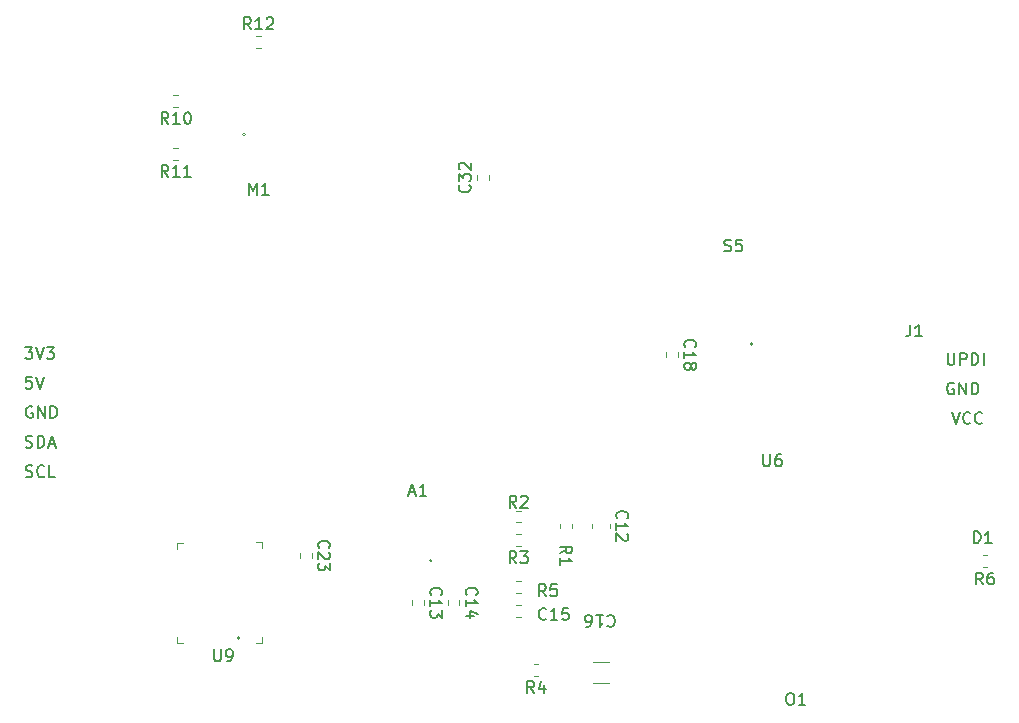
<source format=gbr>
%TF.GenerationSoftware,KiCad,Pcbnew,9.0.7-1.fc42*%
%TF.CreationDate,2026-02-03T17:10:45+01:00*%
%TF.ProjectId,air_sensor,6169725f-7365-46e7-936f-722e6b696361,rev?*%
%TF.SameCoordinates,Original*%
%TF.FileFunction,Legend,Top*%
%TF.FilePolarity,Positive*%
%FSLAX46Y46*%
G04 Gerber Fmt 4.6, Leading zero omitted, Abs format (unit mm)*
G04 Created by KiCad (PCBNEW 9.0.7-1.fc42) date 2026-02-03 17:10:45*
%MOMM*%
%LPD*%
G01*
G04 APERTURE LIST*
%ADD10C,0.150000*%
%ADD11C,0.120000*%
%ADD12C,0.100000*%
G04 APERTURE END LIST*
D10*
X147542857Y-115140419D02*
X147590476Y-115092800D01*
X147590476Y-115092800D02*
X147733333Y-115045180D01*
X147733333Y-115045180D02*
X147828571Y-115045180D01*
X147828571Y-115045180D02*
X147971428Y-115092800D01*
X147971428Y-115092800D02*
X148066666Y-115188038D01*
X148066666Y-115188038D02*
X148114285Y-115283276D01*
X148114285Y-115283276D02*
X148161904Y-115473752D01*
X148161904Y-115473752D02*
X148161904Y-115616609D01*
X148161904Y-115616609D02*
X148114285Y-115807085D01*
X148114285Y-115807085D02*
X148066666Y-115902323D01*
X148066666Y-115902323D02*
X147971428Y-115997561D01*
X147971428Y-115997561D02*
X147828571Y-116045180D01*
X147828571Y-116045180D02*
X147733333Y-116045180D01*
X147733333Y-116045180D02*
X147590476Y-115997561D01*
X147590476Y-115997561D02*
X147542857Y-115949942D01*
X146590476Y-115045180D02*
X147161904Y-115045180D01*
X146876190Y-115045180D02*
X146876190Y-116045180D01*
X146876190Y-116045180D02*
X146971428Y-115902323D01*
X146971428Y-115902323D02*
X147066666Y-115807085D01*
X147066666Y-115807085D02*
X147161904Y-115759466D01*
X145733333Y-116045180D02*
X145923809Y-116045180D01*
X145923809Y-116045180D02*
X146019047Y-115997561D01*
X146019047Y-115997561D02*
X146066666Y-115949942D01*
X146066666Y-115949942D02*
X146161904Y-115807085D01*
X146161904Y-115807085D02*
X146209523Y-115616609D01*
X146209523Y-115616609D02*
X146209523Y-115235657D01*
X146209523Y-115235657D02*
X146161904Y-115140419D01*
X146161904Y-115140419D02*
X146114285Y-115092800D01*
X146114285Y-115092800D02*
X146019047Y-115045180D01*
X146019047Y-115045180D02*
X145828571Y-115045180D01*
X145828571Y-115045180D02*
X145733333Y-115092800D01*
X145733333Y-115092800D02*
X145685714Y-115140419D01*
X145685714Y-115140419D02*
X145638095Y-115235657D01*
X145638095Y-115235657D02*
X145638095Y-115473752D01*
X145638095Y-115473752D02*
X145685714Y-115568990D01*
X145685714Y-115568990D02*
X145733333Y-115616609D01*
X145733333Y-115616609D02*
X145828571Y-115664228D01*
X145828571Y-115664228D02*
X146019047Y-115664228D01*
X146019047Y-115664228D02*
X146114285Y-115616609D01*
X146114285Y-115616609D02*
X146161904Y-115568990D01*
X146161904Y-115568990D02*
X146209523Y-115473752D01*
X154140419Y-92357142D02*
X154092800Y-92309523D01*
X154092800Y-92309523D02*
X154045180Y-92166666D01*
X154045180Y-92166666D02*
X154045180Y-92071428D01*
X154045180Y-92071428D02*
X154092800Y-91928571D01*
X154092800Y-91928571D02*
X154188038Y-91833333D01*
X154188038Y-91833333D02*
X154283276Y-91785714D01*
X154283276Y-91785714D02*
X154473752Y-91738095D01*
X154473752Y-91738095D02*
X154616609Y-91738095D01*
X154616609Y-91738095D02*
X154807085Y-91785714D01*
X154807085Y-91785714D02*
X154902323Y-91833333D01*
X154902323Y-91833333D02*
X154997561Y-91928571D01*
X154997561Y-91928571D02*
X155045180Y-92071428D01*
X155045180Y-92071428D02*
X155045180Y-92166666D01*
X155045180Y-92166666D02*
X154997561Y-92309523D01*
X154997561Y-92309523D02*
X154949942Y-92357142D01*
X154045180Y-93309523D02*
X154045180Y-92738095D01*
X154045180Y-93023809D02*
X155045180Y-93023809D01*
X155045180Y-93023809D02*
X154902323Y-92928571D01*
X154902323Y-92928571D02*
X154807085Y-92833333D01*
X154807085Y-92833333D02*
X154759466Y-92738095D01*
X154616609Y-93880952D02*
X154664228Y-93785714D01*
X154664228Y-93785714D02*
X154711847Y-93738095D01*
X154711847Y-93738095D02*
X154807085Y-93690476D01*
X154807085Y-93690476D02*
X154854704Y-93690476D01*
X154854704Y-93690476D02*
X154949942Y-93738095D01*
X154949942Y-93738095D02*
X154997561Y-93785714D01*
X154997561Y-93785714D02*
X155045180Y-93880952D01*
X155045180Y-93880952D02*
X155045180Y-94071428D01*
X155045180Y-94071428D02*
X154997561Y-94166666D01*
X154997561Y-94166666D02*
X154949942Y-94214285D01*
X154949942Y-94214285D02*
X154854704Y-94261904D01*
X154854704Y-94261904D02*
X154807085Y-94261904D01*
X154807085Y-94261904D02*
X154711847Y-94214285D01*
X154711847Y-94214285D02*
X154664228Y-94166666D01*
X154664228Y-94166666D02*
X154616609Y-94071428D01*
X154616609Y-94071428D02*
X154616609Y-93880952D01*
X154616609Y-93880952D02*
X154568990Y-93785714D01*
X154568990Y-93785714D02*
X154521371Y-93738095D01*
X154521371Y-93738095D02*
X154426133Y-93690476D01*
X154426133Y-93690476D02*
X154235657Y-93690476D01*
X154235657Y-93690476D02*
X154140419Y-93738095D01*
X154140419Y-93738095D02*
X154092800Y-93785714D01*
X154092800Y-93785714D02*
X154045180Y-93880952D01*
X154045180Y-93880952D02*
X154045180Y-94071428D01*
X154045180Y-94071428D02*
X154092800Y-94166666D01*
X154092800Y-94166666D02*
X154140419Y-94214285D01*
X154140419Y-94214285D02*
X154235657Y-94261904D01*
X154235657Y-94261904D02*
X154426133Y-94261904D01*
X154426133Y-94261904D02*
X154521371Y-94214285D01*
X154521371Y-94214285D02*
X154568990Y-94166666D01*
X154568990Y-94166666D02*
X154616609Y-94071428D01*
X117190476Y-79454819D02*
X117190476Y-78454819D01*
X117190476Y-78454819D02*
X117523809Y-79169104D01*
X117523809Y-79169104D02*
X117857142Y-78454819D01*
X117857142Y-78454819D02*
X117857142Y-79454819D01*
X118857142Y-79454819D02*
X118285714Y-79454819D01*
X118571428Y-79454819D02*
X118571428Y-78454819D01*
X118571428Y-78454819D02*
X118476190Y-78597676D01*
X118476190Y-78597676D02*
X118380952Y-78692914D01*
X118380952Y-78692914D02*
X118285714Y-78740533D01*
X114238095Y-117954819D02*
X114238095Y-118764342D01*
X114238095Y-118764342D02*
X114285714Y-118859580D01*
X114285714Y-118859580D02*
X114333333Y-118907200D01*
X114333333Y-118907200D02*
X114428571Y-118954819D01*
X114428571Y-118954819D02*
X114619047Y-118954819D01*
X114619047Y-118954819D02*
X114714285Y-118907200D01*
X114714285Y-118907200D02*
X114761904Y-118859580D01*
X114761904Y-118859580D02*
X114809523Y-118764342D01*
X114809523Y-118764342D02*
X114809523Y-117954819D01*
X115333333Y-118954819D02*
X115523809Y-118954819D01*
X115523809Y-118954819D02*
X115619047Y-118907200D01*
X115619047Y-118907200D02*
X115666666Y-118859580D01*
X115666666Y-118859580D02*
X115761904Y-118716723D01*
X115761904Y-118716723D02*
X115809523Y-118526247D01*
X115809523Y-118526247D02*
X115809523Y-118145295D01*
X115809523Y-118145295D02*
X115761904Y-118050057D01*
X115761904Y-118050057D02*
X115714285Y-118002438D01*
X115714285Y-118002438D02*
X115619047Y-117954819D01*
X115619047Y-117954819D02*
X115428571Y-117954819D01*
X115428571Y-117954819D02*
X115333333Y-118002438D01*
X115333333Y-118002438D02*
X115285714Y-118050057D01*
X115285714Y-118050057D02*
X115238095Y-118145295D01*
X115238095Y-118145295D02*
X115238095Y-118383390D01*
X115238095Y-118383390D02*
X115285714Y-118478628D01*
X115285714Y-118478628D02*
X115333333Y-118526247D01*
X115333333Y-118526247D02*
X115428571Y-118573866D01*
X115428571Y-118573866D02*
X115619047Y-118573866D01*
X115619047Y-118573866D02*
X115714285Y-118526247D01*
X115714285Y-118526247D02*
X115761904Y-118478628D01*
X115761904Y-118478628D02*
X115809523Y-118383390D01*
X142357142Y-115359580D02*
X142309523Y-115407200D01*
X142309523Y-115407200D02*
X142166666Y-115454819D01*
X142166666Y-115454819D02*
X142071428Y-115454819D01*
X142071428Y-115454819D02*
X141928571Y-115407200D01*
X141928571Y-115407200D02*
X141833333Y-115311961D01*
X141833333Y-115311961D02*
X141785714Y-115216723D01*
X141785714Y-115216723D02*
X141738095Y-115026247D01*
X141738095Y-115026247D02*
X141738095Y-114883390D01*
X141738095Y-114883390D02*
X141785714Y-114692914D01*
X141785714Y-114692914D02*
X141833333Y-114597676D01*
X141833333Y-114597676D02*
X141928571Y-114502438D01*
X141928571Y-114502438D02*
X142071428Y-114454819D01*
X142071428Y-114454819D02*
X142166666Y-114454819D01*
X142166666Y-114454819D02*
X142309523Y-114502438D01*
X142309523Y-114502438D02*
X142357142Y-114550057D01*
X143309523Y-115454819D02*
X142738095Y-115454819D01*
X143023809Y-115454819D02*
X143023809Y-114454819D01*
X143023809Y-114454819D02*
X142928571Y-114597676D01*
X142928571Y-114597676D02*
X142833333Y-114692914D01*
X142833333Y-114692914D02*
X142738095Y-114740533D01*
X144214285Y-114454819D02*
X143738095Y-114454819D01*
X143738095Y-114454819D02*
X143690476Y-114931009D01*
X143690476Y-114931009D02*
X143738095Y-114883390D01*
X143738095Y-114883390D02*
X143833333Y-114835771D01*
X143833333Y-114835771D02*
X144071428Y-114835771D01*
X144071428Y-114835771D02*
X144166666Y-114883390D01*
X144166666Y-114883390D02*
X144214285Y-114931009D01*
X144214285Y-114931009D02*
X144261904Y-115026247D01*
X144261904Y-115026247D02*
X144261904Y-115264342D01*
X144261904Y-115264342D02*
X144214285Y-115359580D01*
X144214285Y-115359580D02*
X144166666Y-115407200D01*
X144166666Y-115407200D02*
X144071428Y-115454819D01*
X144071428Y-115454819D02*
X143833333Y-115454819D01*
X143833333Y-115454819D02*
X143738095Y-115407200D01*
X143738095Y-115407200D02*
X143690476Y-115359580D01*
X117357142Y-65454819D02*
X117023809Y-64978628D01*
X116785714Y-65454819D02*
X116785714Y-64454819D01*
X116785714Y-64454819D02*
X117166666Y-64454819D01*
X117166666Y-64454819D02*
X117261904Y-64502438D01*
X117261904Y-64502438D02*
X117309523Y-64550057D01*
X117309523Y-64550057D02*
X117357142Y-64645295D01*
X117357142Y-64645295D02*
X117357142Y-64788152D01*
X117357142Y-64788152D02*
X117309523Y-64883390D01*
X117309523Y-64883390D02*
X117261904Y-64931009D01*
X117261904Y-64931009D02*
X117166666Y-64978628D01*
X117166666Y-64978628D02*
X116785714Y-64978628D01*
X118309523Y-65454819D02*
X117738095Y-65454819D01*
X118023809Y-65454819D02*
X118023809Y-64454819D01*
X118023809Y-64454819D02*
X117928571Y-64597676D01*
X117928571Y-64597676D02*
X117833333Y-64692914D01*
X117833333Y-64692914D02*
X117738095Y-64740533D01*
X118690476Y-64550057D02*
X118738095Y-64502438D01*
X118738095Y-64502438D02*
X118833333Y-64454819D01*
X118833333Y-64454819D02*
X119071428Y-64454819D01*
X119071428Y-64454819D02*
X119166666Y-64502438D01*
X119166666Y-64502438D02*
X119214285Y-64550057D01*
X119214285Y-64550057D02*
X119261904Y-64645295D01*
X119261904Y-64645295D02*
X119261904Y-64740533D01*
X119261904Y-64740533D02*
X119214285Y-64883390D01*
X119214285Y-64883390D02*
X118642857Y-65454819D01*
X118642857Y-65454819D02*
X119261904Y-65454819D01*
X162928571Y-121654819D02*
X163119047Y-121654819D01*
X163119047Y-121654819D02*
X163214285Y-121702438D01*
X163214285Y-121702438D02*
X163309523Y-121797676D01*
X163309523Y-121797676D02*
X163357142Y-121988152D01*
X163357142Y-121988152D02*
X163357142Y-122321485D01*
X163357142Y-122321485D02*
X163309523Y-122511961D01*
X163309523Y-122511961D02*
X163214285Y-122607200D01*
X163214285Y-122607200D02*
X163119047Y-122654819D01*
X163119047Y-122654819D02*
X162928571Y-122654819D01*
X162928571Y-122654819D02*
X162833333Y-122607200D01*
X162833333Y-122607200D02*
X162738095Y-122511961D01*
X162738095Y-122511961D02*
X162690476Y-122321485D01*
X162690476Y-122321485D02*
X162690476Y-121988152D01*
X162690476Y-121988152D02*
X162738095Y-121797676D01*
X162738095Y-121797676D02*
X162833333Y-121702438D01*
X162833333Y-121702438D02*
X162928571Y-121654819D01*
X164309523Y-122654819D02*
X163738095Y-122654819D01*
X164023809Y-122654819D02*
X164023809Y-121654819D01*
X164023809Y-121654819D02*
X163928571Y-121797676D01*
X163928571Y-121797676D02*
X163833333Y-121892914D01*
X163833333Y-121892914D02*
X163738095Y-121940533D01*
X135859580Y-78642857D02*
X135907200Y-78690476D01*
X135907200Y-78690476D02*
X135954819Y-78833333D01*
X135954819Y-78833333D02*
X135954819Y-78928571D01*
X135954819Y-78928571D02*
X135907200Y-79071428D01*
X135907200Y-79071428D02*
X135811961Y-79166666D01*
X135811961Y-79166666D02*
X135716723Y-79214285D01*
X135716723Y-79214285D02*
X135526247Y-79261904D01*
X135526247Y-79261904D02*
X135383390Y-79261904D01*
X135383390Y-79261904D02*
X135192914Y-79214285D01*
X135192914Y-79214285D02*
X135097676Y-79166666D01*
X135097676Y-79166666D02*
X135002438Y-79071428D01*
X135002438Y-79071428D02*
X134954819Y-78928571D01*
X134954819Y-78928571D02*
X134954819Y-78833333D01*
X134954819Y-78833333D02*
X135002438Y-78690476D01*
X135002438Y-78690476D02*
X135050057Y-78642857D01*
X134954819Y-78309523D02*
X134954819Y-77690476D01*
X134954819Y-77690476D02*
X135335771Y-78023809D01*
X135335771Y-78023809D02*
X135335771Y-77880952D01*
X135335771Y-77880952D02*
X135383390Y-77785714D01*
X135383390Y-77785714D02*
X135431009Y-77738095D01*
X135431009Y-77738095D02*
X135526247Y-77690476D01*
X135526247Y-77690476D02*
X135764342Y-77690476D01*
X135764342Y-77690476D02*
X135859580Y-77738095D01*
X135859580Y-77738095D02*
X135907200Y-77785714D01*
X135907200Y-77785714D02*
X135954819Y-77880952D01*
X135954819Y-77880952D02*
X135954819Y-78166666D01*
X135954819Y-78166666D02*
X135907200Y-78261904D01*
X135907200Y-78261904D02*
X135859580Y-78309523D01*
X135050057Y-77309523D02*
X135002438Y-77261904D01*
X135002438Y-77261904D02*
X134954819Y-77166666D01*
X134954819Y-77166666D02*
X134954819Y-76928571D01*
X134954819Y-76928571D02*
X135002438Y-76833333D01*
X135002438Y-76833333D02*
X135050057Y-76785714D01*
X135050057Y-76785714D02*
X135145295Y-76738095D01*
X135145295Y-76738095D02*
X135240533Y-76738095D01*
X135240533Y-76738095D02*
X135383390Y-76785714D01*
X135383390Y-76785714D02*
X135954819Y-77357142D01*
X135954819Y-77357142D02*
X135954819Y-76738095D01*
X160738095Y-101454819D02*
X160738095Y-102264342D01*
X160738095Y-102264342D02*
X160785714Y-102359580D01*
X160785714Y-102359580D02*
X160833333Y-102407200D01*
X160833333Y-102407200D02*
X160928571Y-102454819D01*
X160928571Y-102454819D02*
X161119047Y-102454819D01*
X161119047Y-102454819D02*
X161214285Y-102407200D01*
X161214285Y-102407200D02*
X161261904Y-102359580D01*
X161261904Y-102359580D02*
X161309523Y-102264342D01*
X161309523Y-102264342D02*
X161309523Y-101454819D01*
X162214285Y-101454819D02*
X162023809Y-101454819D01*
X162023809Y-101454819D02*
X161928571Y-101502438D01*
X161928571Y-101502438D02*
X161880952Y-101550057D01*
X161880952Y-101550057D02*
X161785714Y-101692914D01*
X161785714Y-101692914D02*
X161738095Y-101883390D01*
X161738095Y-101883390D02*
X161738095Y-102264342D01*
X161738095Y-102264342D02*
X161785714Y-102359580D01*
X161785714Y-102359580D02*
X161833333Y-102407200D01*
X161833333Y-102407200D02*
X161928571Y-102454819D01*
X161928571Y-102454819D02*
X162119047Y-102454819D01*
X162119047Y-102454819D02*
X162214285Y-102407200D01*
X162214285Y-102407200D02*
X162261904Y-102359580D01*
X162261904Y-102359580D02*
X162309523Y-102264342D01*
X162309523Y-102264342D02*
X162309523Y-102026247D01*
X162309523Y-102026247D02*
X162261904Y-101931009D01*
X162261904Y-101931009D02*
X162214285Y-101883390D01*
X162214285Y-101883390D02*
X162119047Y-101835771D01*
X162119047Y-101835771D02*
X161928571Y-101835771D01*
X161928571Y-101835771D02*
X161833333Y-101883390D01*
X161833333Y-101883390D02*
X161785714Y-101931009D01*
X161785714Y-101931009D02*
X161738095Y-102026247D01*
X132640419Y-113357142D02*
X132592800Y-113309523D01*
X132592800Y-113309523D02*
X132545180Y-113166666D01*
X132545180Y-113166666D02*
X132545180Y-113071428D01*
X132545180Y-113071428D02*
X132592800Y-112928571D01*
X132592800Y-112928571D02*
X132688038Y-112833333D01*
X132688038Y-112833333D02*
X132783276Y-112785714D01*
X132783276Y-112785714D02*
X132973752Y-112738095D01*
X132973752Y-112738095D02*
X133116609Y-112738095D01*
X133116609Y-112738095D02*
X133307085Y-112785714D01*
X133307085Y-112785714D02*
X133402323Y-112833333D01*
X133402323Y-112833333D02*
X133497561Y-112928571D01*
X133497561Y-112928571D02*
X133545180Y-113071428D01*
X133545180Y-113071428D02*
X133545180Y-113166666D01*
X133545180Y-113166666D02*
X133497561Y-113309523D01*
X133497561Y-113309523D02*
X133449942Y-113357142D01*
X132545180Y-114309523D02*
X132545180Y-113738095D01*
X132545180Y-114023809D02*
X133545180Y-114023809D01*
X133545180Y-114023809D02*
X133402323Y-113928571D01*
X133402323Y-113928571D02*
X133307085Y-113833333D01*
X133307085Y-113833333D02*
X133259466Y-113738095D01*
X133545180Y-114642857D02*
X133545180Y-115261904D01*
X133545180Y-115261904D02*
X133164228Y-114928571D01*
X133164228Y-114928571D02*
X133164228Y-115071428D01*
X133164228Y-115071428D02*
X133116609Y-115166666D01*
X133116609Y-115166666D02*
X133068990Y-115214285D01*
X133068990Y-115214285D02*
X132973752Y-115261904D01*
X132973752Y-115261904D02*
X132735657Y-115261904D01*
X132735657Y-115261904D02*
X132640419Y-115214285D01*
X132640419Y-115214285D02*
X132592800Y-115166666D01*
X132592800Y-115166666D02*
X132545180Y-115071428D01*
X132545180Y-115071428D02*
X132545180Y-114785714D01*
X132545180Y-114785714D02*
X132592800Y-114690476D01*
X132592800Y-114690476D02*
X132640419Y-114642857D01*
X143545180Y-109833333D02*
X144021371Y-109500000D01*
X143545180Y-109261905D02*
X144545180Y-109261905D01*
X144545180Y-109261905D02*
X144545180Y-109642857D01*
X144545180Y-109642857D02*
X144497561Y-109738095D01*
X144497561Y-109738095D02*
X144449942Y-109785714D01*
X144449942Y-109785714D02*
X144354704Y-109833333D01*
X144354704Y-109833333D02*
X144211847Y-109833333D01*
X144211847Y-109833333D02*
X144116609Y-109785714D01*
X144116609Y-109785714D02*
X144068990Y-109738095D01*
X144068990Y-109738095D02*
X144021371Y-109642857D01*
X144021371Y-109642857D02*
X144021371Y-109261905D01*
X143545180Y-110785714D02*
X143545180Y-110214286D01*
X143545180Y-110500000D02*
X144545180Y-110500000D01*
X144545180Y-110500000D02*
X144402323Y-110404762D01*
X144402323Y-110404762D02*
X144307085Y-110309524D01*
X144307085Y-110309524D02*
X144259466Y-110214286D01*
X178561905Y-108954819D02*
X178561905Y-107954819D01*
X178561905Y-107954819D02*
X178800000Y-107954819D01*
X178800000Y-107954819D02*
X178942857Y-108002438D01*
X178942857Y-108002438D02*
X179038095Y-108097676D01*
X179038095Y-108097676D02*
X179085714Y-108192914D01*
X179085714Y-108192914D02*
X179133333Y-108383390D01*
X179133333Y-108383390D02*
X179133333Y-108526247D01*
X179133333Y-108526247D02*
X179085714Y-108716723D01*
X179085714Y-108716723D02*
X179038095Y-108811961D01*
X179038095Y-108811961D02*
X178942857Y-108907200D01*
X178942857Y-108907200D02*
X178800000Y-108954819D01*
X178800000Y-108954819D02*
X178561905Y-108954819D01*
X180085714Y-108954819D02*
X179514286Y-108954819D01*
X179800000Y-108954819D02*
X179800000Y-107954819D01*
X179800000Y-107954819D02*
X179704762Y-108097676D01*
X179704762Y-108097676D02*
X179609524Y-108192914D01*
X179609524Y-108192914D02*
X179514286Y-108240533D01*
X130785714Y-104669104D02*
X131261904Y-104669104D01*
X130690476Y-104954819D02*
X131023809Y-103954819D01*
X131023809Y-103954819D02*
X131357142Y-104954819D01*
X132214285Y-104954819D02*
X131642857Y-104954819D01*
X131928571Y-104954819D02*
X131928571Y-103954819D01*
X131928571Y-103954819D02*
X131833333Y-104097676D01*
X131833333Y-104097676D02*
X131738095Y-104192914D01*
X131738095Y-104192914D02*
X131642857Y-104240533D01*
X110357142Y-73454819D02*
X110023809Y-72978628D01*
X109785714Y-73454819D02*
X109785714Y-72454819D01*
X109785714Y-72454819D02*
X110166666Y-72454819D01*
X110166666Y-72454819D02*
X110261904Y-72502438D01*
X110261904Y-72502438D02*
X110309523Y-72550057D01*
X110309523Y-72550057D02*
X110357142Y-72645295D01*
X110357142Y-72645295D02*
X110357142Y-72788152D01*
X110357142Y-72788152D02*
X110309523Y-72883390D01*
X110309523Y-72883390D02*
X110261904Y-72931009D01*
X110261904Y-72931009D02*
X110166666Y-72978628D01*
X110166666Y-72978628D02*
X109785714Y-72978628D01*
X111309523Y-73454819D02*
X110738095Y-73454819D01*
X111023809Y-73454819D02*
X111023809Y-72454819D01*
X111023809Y-72454819D02*
X110928571Y-72597676D01*
X110928571Y-72597676D02*
X110833333Y-72692914D01*
X110833333Y-72692914D02*
X110738095Y-72740533D01*
X111928571Y-72454819D02*
X112023809Y-72454819D01*
X112023809Y-72454819D02*
X112119047Y-72502438D01*
X112119047Y-72502438D02*
X112166666Y-72550057D01*
X112166666Y-72550057D02*
X112214285Y-72645295D01*
X112214285Y-72645295D02*
X112261904Y-72835771D01*
X112261904Y-72835771D02*
X112261904Y-73073866D01*
X112261904Y-73073866D02*
X112214285Y-73264342D01*
X112214285Y-73264342D02*
X112166666Y-73359580D01*
X112166666Y-73359580D02*
X112119047Y-73407200D01*
X112119047Y-73407200D02*
X112023809Y-73454819D01*
X112023809Y-73454819D02*
X111928571Y-73454819D01*
X111928571Y-73454819D02*
X111833333Y-73407200D01*
X111833333Y-73407200D02*
X111785714Y-73359580D01*
X111785714Y-73359580D02*
X111738095Y-73264342D01*
X111738095Y-73264342D02*
X111690476Y-73073866D01*
X111690476Y-73073866D02*
X111690476Y-72835771D01*
X111690476Y-72835771D02*
X111738095Y-72645295D01*
X111738095Y-72645295D02*
X111785714Y-72550057D01*
X111785714Y-72550057D02*
X111833333Y-72502438D01*
X111833333Y-72502438D02*
X111928571Y-72454819D01*
X141333333Y-121654819D02*
X141000000Y-121178628D01*
X140761905Y-121654819D02*
X140761905Y-120654819D01*
X140761905Y-120654819D02*
X141142857Y-120654819D01*
X141142857Y-120654819D02*
X141238095Y-120702438D01*
X141238095Y-120702438D02*
X141285714Y-120750057D01*
X141285714Y-120750057D02*
X141333333Y-120845295D01*
X141333333Y-120845295D02*
X141333333Y-120988152D01*
X141333333Y-120988152D02*
X141285714Y-121083390D01*
X141285714Y-121083390D02*
X141238095Y-121131009D01*
X141238095Y-121131009D02*
X141142857Y-121178628D01*
X141142857Y-121178628D02*
X140761905Y-121178628D01*
X142190476Y-120988152D02*
X142190476Y-121654819D01*
X141952381Y-120607200D02*
X141714286Y-121321485D01*
X141714286Y-121321485D02*
X142333333Y-121321485D01*
X139833333Y-105954819D02*
X139500000Y-105478628D01*
X139261905Y-105954819D02*
X139261905Y-104954819D01*
X139261905Y-104954819D02*
X139642857Y-104954819D01*
X139642857Y-104954819D02*
X139738095Y-105002438D01*
X139738095Y-105002438D02*
X139785714Y-105050057D01*
X139785714Y-105050057D02*
X139833333Y-105145295D01*
X139833333Y-105145295D02*
X139833333Y-105288152D01*
X139833333Y-105288152D02*
X139785714Y-105383390D01*
X139785714Y-105383390D02*
X139738095Y-105431009D01*
X139738095Y-105431009D02*
X139642857Y-105478628D01*
X139642857Y-105478628D02*
X139261905Y-105478628D01*
X140214286Y-105050057D02*
X140261905Y-105002438D01*
X140261905Y-105002438D02*
X140357143Y-104954819D01*
X140357143Y-104954819D02*
X140595238Y-104954819D01*
X140595238Y-104954819D02*
X140690476Y-105002438D01*
X140690476Y-105002438D02*
X140738095Y-105050057D01*
X140738095Y-105050057D02*
X140785714Y-105145295D01*
X140785714Y-105145295D02*
X140785714Y-105240533D01*
X140785714Y-105240533D02*
X140738095Y-105383390D01*
X140738095Y-105383390D02*
X140166667Y-105954819D01*
X140166667Y-105954819D02*
X140785714Y-105954819D01*
X142333333Y-113454819D02*
X142000000Y-112978628D01*
X141761905Y-113454819D02*
X141761905Y-112454819D01*
X141761905Y-112454819D02*
X142142857Y-112454819D01*
X142142857Y-112454819D02*
X142238095Y-112502438D01*
X142238095Y-112502438D02*
X142285714Y-112550057D01*
X142285714Y-112550057D02*
X142333333Y-112645295D01*
X142333333Y-112645295D02*
X142333333Y-112788152D01*
X142333333Y-112788152D02*
X142285714Y-112883390D01*
X142285714Y-112883390D02*
X142238095Y-112931009D01*
X142238095Y-112931009D02*
X142142857Y-112978628D01*
X142142857Y-112978628D02*
X141761905Y-112978628D01*
X143238095Y-112454819D02*
X142761905Y-112454819D01*
X142761905Y-112454819D02*
X142714286Y-112931009D01*
X142714286Y-112931009D02*
X142761905Y-112883390D01*
X142761905Y-112883390D02*
X142857143Y-112835771D01*
X142857143Y-112835771D02*
X143095238Y-112835771D01*
X143095238Y-112835771D02*
X143190476Y-112883390D01*
X143190476Y-112883390D02*
X143238095Y-112931009D01*
X143238095Y-112931009D02*
X143285714Y-113026247D01*
X143285714Y-113026247D02*
X143285714Y-113264342D01*
X143285714Y-113264342D02*
X143238095Y-113359580D01*
X143238095Y-113359580D02*
X143190476Y-113407200D01*
X143190476Y-113407200D02*
X143095238Y-113454819D01*
X143095238Y-113454819D02*
X142857143Y-113454819D01*
X142857143Y-113454819D02*
X142761905Y-113407200D01*
X142761905Y-113407200D02*
X142714286Y-113359580D01*
X123140419Y-109357142D02*
X123092800Y-109309523D01*
X123092800Y-109309523D02*
X123045180Y-109166666D01*
X123045180Y-109166666D02*
X123045180Y-109071428D01*
X123045180Y-109071428D02*
X123092800Y-108928571D01*
X123092800Y-108928571D02*
X123188038Y-108833333D01*
X123188038Y-108833333D02*
X123283276Y-108785714D01*
X123283276Y-108785714D02*
X123473752Y-108738095D01*
X123473752Y-108738095D02*
X123616609Y-108738095D01*
X123616609Y-108738095D02*
X123807085Y-108785714D01*
X123807085Y-108785714D02*
X123902323Y-108833333D01*
X123902323Y-108833333D02*
X123997561Y-108928571D01*
X123997561Y-108928571D02*
X124045180Y-109071428D01*
X124045180Y-109071428D02*
X124045180Y-109166666D01*
X124045180Y-109166666D02*
X123997561Y-109309523D01*
X123997561Y-109309523D02*
X123949942Y-109357142D01*
X123949942Y-109738095D02*
X123997561Y-109785714D01*
X123997561Y-109785714D02*
X124045180Y-109880952D01*
X124045180Y-109880952D02*
X124045180Y-110119047D01*
X124045180Y-110119047D02*
X123997561Y-110214285D01*
X123997561Y-110214285D02*
X123949942Y-110261904D01*
X123949942Y-110261904D02*
X123854704Y-110309523D01*
X123854704Y-110309523D02*
X123759466Y-110309523D01*
X123759466Y-110309523D02*
X123616609Y-110261904D01*
X123616609Y-110261904D02*
X123045180Y-109690476D01*
X123045180Y-109690476D02*
X123045180Y-110309523D01*
X124045180Y-110642857D02*
X124045180Y-111261904D01*
X124045180Y-111261904D02*
X123664228Y-110928571D01*
X123664228Y-110928571D02*
X123664228Y-111071428D01*
X123664228Y-111071428D02*
X123616609Y-111166666D01*
X123616609Y-111166666D02*
X123568990Y-111214285D01*
X123568990Y-111214285D02*
X123473752Y-111261904D01*
X123473752Y-111261904D02*
X123235657Y-111261904D01*
X123235657Y-111261904D02*
X123140419Y-111214285D01*
X123140419Y-111214285D02*
X123092800Y-111166666D01*
X123092800Y-111166666D02*
X123045180Y-111071428D01*
X123045180Y-111071428D02*
X123045180Y-110785714D01*
X123045180Y-110785714D02*
X123092800Y-110690476D01*
X123092800Y-110690476D02*
X123140419Y-110642857D01*
X139833333Y-110654819D02*
X139500000Y-110178628D01*
X139261905Y-110654819D02*
X139261905Y-109654819D01*
X139261905Y-109654819D02*
X139642857Y-109654819D01*
X139642857Y-109654819D02*
X139738095Y-109702438D01*
X139738095Y-109702438D02*
X139785714Y-109750057D01*
X139785714Y-109750057D02*
X139833333Y-109845295D01*
X139833333Y-109845295D02*
X139833333Y-109988152D01*
X139833333Y-109988152D02*
X139785714Y-110083390D01*
X139785714Y-110083390D02*
X139738095Y-110131009D01*
X139738095Y-110131009D02*
X139642857Y-110178628D01*
X139642857Y-110178628D02*
X139261905Y-110178628D01*
X140166667Y-109654819D02*
X140785714Y-109654819D01*
X140785714Y-109654819D02*
X140452381Y-110035771D01*
X140452381Y-110035771D02*
X140595238Y-110035771D01*
X140595238Y-110035771D02*
X140690476Y-110083390D01*
X140690476Y-110083390D02*
X140738095Y-110131009D01*
X140738095Y-110131009D02*
X140785714Y-110226247D01*
X140785714Y-110226247D02*
X140785714Y-110464342D01*
X140785714Y-110464342D02*
X140738095Y-110559580D01*
X140738095Y-110559580D02*
X140690476Y-110607200D01*
X140690476Y-110607200D02*
X140595238Y-110654819D01*
X140595238Y-110654819D02*
X140309524Y-110654819D01*
X140309524Y-110654819D02*
X140214286Y-110607200D01*
X140214286Y-110607200D02*
X140166667Y-110559580D01*
X157438095Y-84207200D02*
X157580952Y-84254819D01*
X157580952Y-84254819D02*
X157819047Y-84254819D01*
X157819047Y-84254819D02*
X157914285Y-84207200D01*
X157914285Y-84207200D02*
X157961904Y-84159580D01*
X157961904Y-84159580D02*
X158009523Y-84064342D01*
X158009523Y-84064342D02*
X158009523Y-83969104D01*
X158009523Y-83969104D02*
X157961904Y-83873866D01*
X157961904Y-83873866D02*
X157914285Y-83826247D01*
X157914285Y-83826247D02*
X157819047Y-83778628D01*
X157819047Y-83778628D02*
X157628571Y-83731009D01*
X157628571Y-83731009D02*
X157533333Y-83683390D01*
X157533333Y-83683390D02*
X157485714Y-83635771D01*
X157485714Y-83635771D02*
X157438095Y-83540533D01*
X157438095Y-83540533D02*
X157438095Y-83445295D01*
X157438095Y-83445295D02*
X157485714Y-83350057D01*
X157485714Y-83350057D02*
X157533333Y-83302438D01*
X157533333Y-83302438D02*
X157628571Y-83254819D01*
X157628571Y-83254819D02*
X157866666Y-83254819D01*
X157866666Y-83254819D02*
X158009523Y-83302438D01*
X158914285Y-83254819D02*
X158438095Y-83254819D01*
X158438095Y-83254819D02*
X158390476Y-83731009D01*
X158390476Y-83731009D02*
X158438095Y-83683390D01*
X158438095Y-83683390D02*
X158533333Y-83635771D01*
X158533333Y-83635771D02*
X158771428Y-83635771D01*
X158771428Y-83635771D02*
X158866666Y-83683390D01*
X158866666Y-83683390D02*
X158914285Y-83731009D01*
X158914285Y-83731009D02*
X158961904Y-83826247D01*
X158961904Y-83826247D02*
X158961904Y-84064342D01*
X158961904Y-84064342D02*
X158914285Y-84159580D01*
X158914285Y-84159580D02*
X158866666Y-84207200D01*
X158866666Y-84207200D02*
X158771428Y-84254819D01*
X158771428Y-84254819D02*
X158533333Y-84254819D01*
X158533333Y-84254819D02*
X158438095Y-84207200D01*
X158438095Y-84207200D02*
X158390476Y-84159580D01*
X110357142Y-77954819D02*
X110023809Y-77478628D01*
X109785714Y-77954819D02*
X109785714Y-76954819D01*
X109785714Y-76954819D02*
X110166666Y-76954819D01*
X110166666Y-76954819D02*
X110261904Y-77002438D01*
X110261904Y-77002438D02*
X110309523Y-77050057D01*
X110309523Y-77050057D02*
X110357142Y-77145295D01*
X110357142Y-77145295D02*
X110357142Y-77288152D01*
X110357142Y-77288152D02*
X110309523Y-77383390D01*
X110309523Y-77383390D02*
X110261904Y-77431009D01*
X110261904Y-77431009D02*
X110166666Y-77478628D01*
X110166666Y-77478628D02*
X109785714Y-77478628D01*
X111309523Y-77954819D02*
X110738095Y-77954819D01*
X111023809Y-77954819D02*
X111023809Y-76954819D01*
X111023809Y-76954819D02*
X110928571Y-77097676D01*
X110928571Y-77097676D02*
X110833333Y-77192914D01*
X110833333Y-77192914D02*
X110738095Y-77240533D01*
X112261904Y-77954819D02*
X111690476Y-77954819D01*
X111976190Y-77954819D02*
X111976190Y-76954819D01*
X111976190Y-76954819D02*
X111880952Y-77097676D01*
X111880952Y-77097676D02*
X111785714Y-77192914D01*
X111785714Y-77192914D02*
X111690476Y-77240533D01*
X173166666Y-90454819D02*
X173166666Y-91169104D01*
X173166666Y-91169104D02*
X173119047Y-91311961D01*
X173119047Y-91311961D02*
X173023809Y-91407200D01*
X173023809Y-91407200D02*
X172880952Y-91454819D01*
X172880952Y-91454819D02*
X172785714Y-91454819D01*
X174166666Y-91454819D02*
X173595238Y-91454819D01*
X173880952Y-91454819D02*
X173880952Y-90454819D01*
X173880952Y-90454819D02*
X173785714Y-90597676D01*
X173785714Y-90597676D02*
X173690476Y-90692914D01*
X173690476Y-90692914D02*
X173595238Y-90740533D01*
X176336779Y-92869819D02*
X176336779Y-93679342D01*
X176336779Y-93679342D02*
X176384398Y-93774580D01*
X176384398Y-93774580D02*
X176432017Y-93822200D01*
X176432017Y-93822200D02*
X176527255Y-93869819D01*
X176527255Y-93869819D02*
X176717731Y-93869819D01*
X176717731Y-93869819D02*
X176812969Y-93822200D01*
X176812969Y-93822200D02*
X176860588Y-93774580D01*
X176860588Y-93774580D02*
X176908207Y-93679342D01*
X176908207Y-93679342D02*
X176908207Y-92869819D01*
X177384398Y-93869819D02*
X177384398Y-92869819D01*
X177384398Y-92869819D02*
X177765350Y-92869819D01*
X177765350Y-92869819D02*
X177860588Y-92917438D01*
X177860588Y-92917438D02*
X177908207Y-92965057D01*
X177908207Y-92965057D02*
X177955826Y-93060295D01*
X177955826Y-93060295D02*
X177955826Y-93203152D01*
X177955826Y-93203152D02*
X177908207Y-93298390D01*
X177908207Y-93298390D02*
X177860588Y-93346009D01*
X177860588Y-93346009D02*
X177765350Y-93393628D01*
X177765350Y-93393628D02*
X177384398Y-93393628D01*
X178384398Y-93869819D02*
X178384398Y-92869819D01*
X178384398Y-92869819D02*
X178622493Y-92869819D01*
X178622493Y-92869819D02*
X178765350Y-92917438D01*
X178765350Y-92917438D02*
X178860588Y-93012676D01*
X178860588Y-93012676D02*
X178908207Y-93107914D01*
X178908207Y-93107914D02*
X178955826Y-93298390D01*
X178955826Y-93298390D02*
X178955826Y-93441247D01*
X178955826Y-93441247D02*
X178908207Y-93631723D01*
X178908207Y-93631723D02*
X178860588Y-93726961D01*
X178860588Y-93726961D02*
X178765350Y-93822200D01*
X178765350Y-93822200D02*
X178622493Y-93869819D01*
X178622493Y-93869819D02*
X178384398Y-93869819D01*
X179384398Y-93869819D02*
X179384398Y-92869819D01*
X176693922Y-97869819D02*
X177027255Y-98869819D01*
X177027255Y-98869819D02*
X177360588Y-97869819D01*
X178265350Y-98774580D02*
X178217731Y-98822200D01*
X178217731Y-98822200D02*
X178074874Y-98869819D01*
X178074874Y-98869819D02*
X177979636Y-98869819D01*
X177979636Y-98869819D02*
X177836779Y-98822200D01*
X177836779Y-98822200D02*
X177741541Y-98726961D01*
X177741541Y-98726961D02*
X177693922Y-98631723D01*
X177693922Y-98631723D02*
X177646303Y-98441247D01*
X177646303Y-98441247D02*
X177646303Y-98298390D01*
X177646303Y-98298390D02*
X177693922Y-98107914D01*
X177693922Y-98107914D02*
X177741541Y-98012676D01*
X177741541Y-98012676D02*
X177836779Y-97917438D01*
X177836779Y-97917438D02*
X177979636Y-97869819D01*
X177979636Y-97869819D02*
X178074874Y-97869819D01*
X178074874Y-97869819D02*
X178217731Y-97917438D01*
X178217731Y-97917438D02*
X178265350Y-97965057D01*
X179265350Y-98774580D02*
X179217731Y-98822200D01*
X179217731Y-98822200D02*
X179074874Y-98869819D01*
X179074874Y-98869819D02*
X178979636Y-98869819D01*
X178979636Y-98869819D02*
X178836779Y-98822200D01*
X178836779Y-98822200D02*
X178741541Y-98726961D01*
X178741541Y-98726961D02*
X178693922Y-98631723D01*
X178693922Y-98631723D02*
X178646303Y-98441247D01*
X178646303Y-98441247D02*
X178646303Y-98298390D01*
X178646303Y-98298390D02*
X178693922Y-98107914D01*
X178693922Y-98107914D02*
X178741541Y-98012676D01*
X178741541Y-98012676D02*
X178836779Y-97917438D01*
X178836779Y-97917438D02*
X178979636Y-97869819D01*
X178979636Y-97869819D02*
X179074874Y-97869819D01*
X179074874Y-97869819D02*
X179217731Y-97917438D01*
X179217731Y-97917438D02*
X179265350Y-97965057D01*
X176860588Y-95417438D02*
X176765350Y-95369819D01*
X176765350Y-95369819D02*
X176622493Y-95369819D01*
X176622493Y-95369819D02*
X176479636Y-95417438D01*
X176479636Y-95417438D02*
X176384398Y-95512676D01*
X176384398Y-95512676D02*
X176336779Y-95607914D01*
X176336779Y-95607914D02*
X176289160Y-95798390D01*
X176289160Y-95798390D02*
X176289160Y-95941247D01*
X176289160Y-95941247D02*
X176336779Y-96131723D01*
X176336779Y-96131723D02*
X176384398Y-96226961D01*
X176384398Y-96226961D02*
X176479636Y-96322200D01*
X176479636Y-96322200D02*
X176622493Y-96369819D01*
X176622493Y-96369819D02*
X176717731Y-96369819D01*
X176717731Y-96369819D02*
X176860588Y-96322200D01*
X176860588Y-96322200D02*
X176908207Y-96274580D01*
X176908207Y-96274580D02*
X176908207Y-95941247D01*
X176908207Y-95941247D02*
X176717731Y-95941247D01*
X177336779Y-96369819D02*
X177336779Y-95369819D01*
X177336779Y-95369819D02*
X177908207Y-96369819D01*
X177908207Y-96369819D02*
X177908207Y-95369819D01*
X178384398Y-96369819D02*
X178384398Y-95369819D01*
X178384398Y-95369819D02*
X178622493Y-95369819D01*
X178622493Y-95369819D02*
X178765350Y-95417438D01*
X178765350Y-95417438D02*
X178860588Y-95512676D01*
X178860588Y-95512676D02*
X178908207Y-95607914D01*
X178908207Y-95607914D02*
X178955826Y-95798390D01*
X178955826Y-95798390D02*
X178955826Y-95941247D01*
X178955826Y-95941247D02*
X178908207Y-96131723D01*
X178908207Y-96131723D02*
X178860588Y-96226961D01*
X178860588Y-96226961D02*
X178765350Y-96322200D01*
X178765350Y-96322200D02*
X178622493Y-96369819D01*
X178622493Y-96369819D02*
X178384398Y-96369819D01*
X148390419Y-106857142D02*
X148342800Y-106809523D01*
X148342800Y-106809523D02*
X148295180Y-106666666D01*
X148295180Y-106666666D02*
X148295180Y-106571428D01*
X148295180Y-106571428D02*
X148342800Y-106428571D01*
X148342800Y-106428571D02*
X148438038Y-106333333D01*
X148438038Y-106333333D02*
X148533276Y-106285714D01*
X148533276Y-106285714D02*
X148723752Y-106238095D01*
X148723752Y-106238095D02*
X148866609Y-106238095D01*
X148866609Y-106238095D02*
X149057085Y-106285714D01*
X149057085Y-106285714D02*
X149152323Y-106333333D01*
X149152323Y-106333333D02*
X149247561Y-106428571D01*
X149247561Y-106428571D02*
X149295180Y-106571428D01*
X149295180Y-106571428D02*
X149295180Y-106666666D01*
X149295180Y-106666666D02*
X149247561Y-106809523D01*
X149247561Y-106809523D02*
X149199942Y-106857142D01*
X148295180Y-107809523D02*
X148295180Y-107238095D01*
X148295180Y-107523809D02*
X149295180Y-107523809D01*
X149295180Y-107523809D02*
X149152323Y-107428571D01*
X149152323Y-107428571D02*
X149057085Y-107333333D01*
X149057085Y-107333333D02*
X149009466Y-107238095D01*
X149199942Y-108190476D02*
X149247561Y-108238095D01*
X149247561Y-108238095D02*
X149295180Y-108333333D01*
X149295180Y-108333333D02*
X149295180Y-108571428D01*
X149295180Y-108571428D02*
X149247561Y-108666666D01*
X149247561Y-108666666D02*
X149199942Y-108714285D01*
X149199942Y-108714285D02*
X149104704Y-108761904D01*
X149104704Y-108761904D02*
X149009466Y-108761904D01*
X149009466Y-108761904D02*
X148866609Y-108714285D01*
X148866609Y-108714285D02*
X148295180Y-108142857D01*
X148295180Y-108142857D02*
X148295180Y-108761904D01*
X179333333Y-112454819D02*
X179000000Y-111978628D01*
X178761905Y-112454819D02*
X178761905Y-111454819D01*
X178761905Y-111454819D02*
X179142857Y-111454819D01*
X179142857Y-111454819D02*
X179238095Y-111502438D01*
X179238095Y-111502438D02*
X179285714Y-111550057D01*
X179285714Y-111550057D02*
X179333333Y-111645295D01*
X179333333Y-111645295D02*
X179333333Y-111788152D01*
X179333333Y-111788152D02*
X179285714Y-111883390D01*
X179285714Y-111883390D02*
X179238095Y-111931009D01*
X179238095Y-111931009D02*
X179142857Y-111978628D01*
X179142857Y-111978628D02*
X178761905Y-111978628D01*
X180190476Y-111454819D02*
X180000000Y-111454819D01*
X180000000Y-111454819D02*
X179904762Y-111502438D01*
X179904762Y-111502438D02*
X179857143Y-111550057D01*
X179857143Y-111550057D02*
X179761905Y-111692914D01*
X179761905Y-111692914D02*
X179714286Y-111883390D01*
X179714286Y-111883390D02*
X179714286Y-112264342D01*
X179714286Y-112264342D02*
X179761905Y-112359580D01*
X179761905Y-112359580D02*
X179809524Y-112407200D01*
X179809524Y-112407200D02*
X179904762Y-112454819D01*
X179904762Y-112454819D02*
X180095238Y-112454819D01*
X180095238Y-112454819D02*
X180190476Y-112407200D01*
X180190476Y-112407200D02*
X180238095Y-112359580D01*
X180238095Y-112359580D02*
X180285714Y-112264342D01*
X180285714Y-112264342D02*
X180285714Y-112026247D01*
X180285714Y-112026247D02*
X180238095Y-111931009D01*
X180238095Y-111931009D02*
X180190476Y-111883390D01*
X180190476Y-111883390D02*
X180095238Y-111835771D01*
X180095238Y-111835771D02*
X179904762Y-111835771D01*
X179904762Y-111835771D02*
X179809524Y-111883390D01*
X179809524Y-111883390D02*
X179761905Y-111931009D01*
X179761905Y-111931009D02*
X179714286Y-112026247D01*
X98860588Y-97417438D02*
X98765350Y-97369819D01*
X98765350Y-97369819D02*
X98622493Y-97369819D01*
X98622493Y-97369819D02*
X98479636Y-97417438D01*
X98479636Y-97417438D02*
X98384398Y-97512676D01*
X98384398Y-97512676D02*
X98336779Y-97607914D01*
X98336779Y-97607914D02*
X98289160Y-97798390D01*
X98289160Y-97798390D02*
X98289160Y-97941247D01*
X98289160Y-97941247D02*
X98336779Y-98131723D01*
X98336779Y-98131723D02*
X98384398Y-98226961D01*
X98384398Y-98226961D02*
X98479636Y-98322200D01*
X98479636Y-98322200D02*
X98622493Y-98369819D01*
X98622493Y-98369819D02*
X98717731Y-98369819D01*
X98717731Y-98369819D02*
X98860588Y-98322200D01*
X98860588Y-98322200D02*
X98908207Y-98274580D01*
X98908207Y-98274580D02*
X98908207Y-97941247D01*
X98908207Y-97941247D02*
X98717731Y-97941247D01*
X99336779Y-98369819D02*
X99336779Y-97369819D01*
X99336779Y-97369819D02*
X99908207Y-98369819D01*
X99908207Y-98369819D02*
X99908207Y-97369819D01*
X100384398Y-98369819D02*
X100384398Y-97369819D01*
X100384398Y-97369819D02*
X100622493Y-97369819D01*
X100622493Y-97369819D02*
X100765350Y-97417438D01*
X100765350Y-97417438D02*
X100860588Y-97512676D01*
X100860588Y-97512676D02*
X100908207Y-97607914D01*
X100908207Y-97607914D02*
X100955826Y-97798390D01*
X100955826Y-97798390D02*
X100955826Y-97941247D01*
X100955826Y-97941247D02*
X100908207Y-98131723D01*
X100908207Y-98131723D02*
X100860588Y-98226961D01*
X100860588Y-98226961D02*
X100765350Y-98322200D01*
X100765350Y-98322200D02*
X100622493Y-98369819D01*
X100622493Y-98369819D02*
X100384398Y-98369819D01*
X98812969Y-94869819D02*
X98336779Y-94869819D01*
X98336779Y-94869819D02*
X98289160Y-95346009D01*
X98289160Y-95346009D02*
X98336779Y-95298390D01*
X98336779Y-95298390D02*
X98432017Y-95250771D01*
X98432017Y-95250771D02*
X98670112Y-95250771D01*
X98670112Y-95250771D02*
X98765350Y-95298390D01*
X98765350Y-95298390D02*
X98812969Y-95346009D01*
X98812969Y-95346009D02*
X98860588Y-95441247D01*
X98860588Y-95441247D02*
X98860588Y-95679342D01*
X98860588Y-95679342D02*
X98812969Y-95774580D01*
X98812969Y-95774580D02*
X98765350Y-95822200D01*
X98765350Y-95822200D02*
X98670112Y-95869819D01*
X98670112Y-95869819D02*
X98432017Y-95869819D01*
X98432017Y-95869819D02*
X98336779Y-95822200D01*
X98336779Y-95822200D02*
X98289160Y-95774580D01*
X99146303Y-94869819D02*
X99479636Y-95869819D01*
X99479636Y-95869819D02*
X99812969Y-94869819D01*
X98289160Y-100822200D02*
X98432017Y-100869819D01*
X98432017Y-100869819D02*
X98670112Y-100869819D01*
X98670112Y-100869819D02*
X98765350Y-100822200D01*
X98765350Y-100822200D02*
X98812969Y-100774580D01*
X98812969Y-100774580D02*
X98860588Y-100679342D01*
X98860588Y-100679342D02*
X98860588Y-100584104D01*
X98860588Y-100584104D02*
X98812969Y-100488866D01*
X98812969Y-100488866D02*
X98765350Y-100441247D01*
X98765350Y-100441247D02*
X98670112Y-100393628D01*
X98670112Y-100393628D02*
X98479636Y-100346009D01*
X98479636Y-100346009D02*
X98384398Y-100298390D01*
X98384398Y-100298390D02*
X98336779Y-100250771D01*
X98336779Y-100250771D02*
X98289160Y-100155533D01*
X98289160Y-100155533D02*
X98289160Y-100060295D01*
X98289160Y-100060295D02*
X98336779Y-99965057D01*
X98336779Y-99965057D02*
X98384398Y-99917438D01*
X98384398Y-99917438D02*
X98479636Y-99869819D01*
X98479636Y-99869819D02*
X98717731Y-99869819D01*
X98717731Y-99869819D02*
X98860588Y-99917438D01*
X99289160Y-100869819D02*
X99289160Y-99869819D01*
X99289160Y-99869819D02*
X99527255Y-99869819D01*
X99527255Y-99869819D02*
X99670112Y-99917438D01*
X99670112Y-99917438D02*
X99765350Y-100012676D01*
X99765350Y-100012676D02*
X99812969Y-100107914D01*
X99812969Y-100107914D02*
X99860588Y-100298390D01*
X99860588Y-100298390D02*
X99860588Y-100441247D01*
X99860588Y-100441247D02*
X99812969Y-100631723D01*
X99812969Y-100631723D02*
X99765350Y-100726961D01*
X99765350Y-100726961D02*
X99670112Y-100822200D01*
X99670112Y-100822200D02*
X99527255Y-100869819D01*
X99527255Y-100869819D02*
X99289160Y-100869819D01*
X100241541Y-100584104D02*
X100717731Y-100584104D01*
X100146303Y-100869819D02*
X100479636Y-99869819D01*
X100479636Y-99869819D02*
X100812969Y-100869819D01*
X98289160Y-103322200D02*
X98432017Y-103369819D01*
X98432017Y-103369819D02*
X98670112Y-103369819D01*
X98670112Y-103369819D02*
X98765350Y-103322200D01*
X98765350Y-103322200D02*
X98812969Y-103274580D01*
X98812969Y-103274580D02*
X98860588Y-103179342D01*
X98860588Y-103179342D02*
X98860588Y-103084104D01*
X98860588Y-103084104D02*
X98812969Y-102988866D01*
X98812969Y-102988866D02*
X98765350Y-102941247D01*
X98765350Y-102941247D02*
X98670112Y-102893628D01*
X98670112Y-102893628D02*
X98479636Y-102846009D01*
X98479636Y-102846009D02*
X98384398Y-102798390D01*
X98384398Y-102798390D02*
X98336779Y-102750771D01*
X98336779Y-102750771D02*
X98289160Y-102655533D01*
X98289160Y-102655533D02*
X98289160Y-102560295D01*
X98289160Y-102560295D02*
X98336779Y-102465057D01*
X98336779Y-102465057D02*
X98384398Y-102417438D01*
X98384398Y-102417438D02*
X98479636Y-102369819D01*
X98479636Y-102369819D02*
X98717731Y-102369819D01*
X98717731Y-102369819D02*
X98860588Y-102417438D01*
X99860588Y-103274580D02*
X99812969Y-103322200D01*
X99812969Y-103322200D02*
X99670112Y-103369819D01*
X99670112Y-103369819D02*
X99574874Y-103369819D01*
X99574874Y-103369819D02*
X99432017Y-103322200D01*
X99432017Y-103322200D02*
X99336779Y-103226961D01*
X99336779Y-103226961D02*
X99289160Y-103131723D01*
X99289160Y-103131723D02*
X99241541Y-102941247D01*
X99241541Y-102941247D02*
X99241541Y-102798390D01*
X99241541Y-102798390D02*
X99289160Y-102607914D01*
X99289160Y-102607914D02*
X99336779Y-102512676D01*
X99336779Y-102512676D02*
X99432017Y-102417438D01*
X99432017Y-102417438D02*
X99574874Y-102369819D01*
X99574874Y-102369819D02*
X99670112Y-102369819D01*
X99670112Y-102369819D02*
X99812969Y-102417438D01*
X99812969Y-102417438D02*
X99860588Y-102465057D01*
X100765350Y-103369819D02*
X100289160Y-103369819D01*
X100289160Y-103369819D02*
X100289160Y-102369819D01*
X98241541Y-92369819D02*
X98860588Y-92369819D01*
X98860588Y-92369819D02*
X98527255Y-92750771D01*
X98527255Y-92750771D02*
X98670112Y-92750771D01*
X98670112Y-92750771D02*
X98765350Y-92798390D01*
X98765350Y-92798390D02*
X98812969Y-92846009D01*
X98812969Y-92846009D02*
X98860588Y-92941247D01*
X98860588Y-92941247D02*
X98860588Y-93179342D01*
X98860588Y-93179342D02*
X98812969Y-93274580D01*
X98812969Y-93274580D02*
X98765350Y-93322200D01*
X98765350Y-93322200D02*
X98670112Y-93369819D01*
X98670112Y-93369819D02*
X98384398Y-93369819D01*
X98384398Y-93369819D02*
X98289160Y-93322200D01*
X98289160Y-93322200D02*
X98241541Y-93274580D01*
X99146303Y-92369819D02*
X99479636Y-93369819D01*
X99479636Y-93369819D02*
X99812969Y-92369819D01*
X100051065Y-92369819D02*
X100670112Y-92369819D01*
X100670112Y-92369819D02*
X100336779Y-92750771D01*
X100336779Y-92750771D02*
X100479636Y-92750771D01*
X100479636Y-92750771D02*
X100574874Y-92798390D01*
X100574874Y-92798390D02*
X100622493Y-92846009D01*
X100622493Y-92846009D02*
X100670112Y-92941247D01*
X100670112Y-92941247D02*
X100670112Y-93179342D01*
X100670112Y-93179342D02*
X100622493Y-93274580D01*
X100622493Y-93274580D02*
X100574874Y-93322200D01*
X100574874Y-93322200D02*
X100479636Y-93369819D01*
X100479636Y-93369819D02*
X100193922Y-93369819D01*
X100193922Y-93369819D02*
X100098684Y-93322200D01*
X100098684Y-93322200D02*
X100051065Y-93274580D01*
X135640419Y-113357142D02*
X135592800Y-113309523D01*
X135592800Y-113309523D02*
X135545180Y-113166666D01*
X135545180Y-113166666D02*
X135545180Y-113071428D01*
X135545180Y-113071428D02*
X135592800Y-112928571D01*
X135592800Y-112928571D02*
X135688038Y-112833333D01*
X135688038Y-112833333D02*
X135783276Y-112785714D01*
X135783276Y-112785714D02*
X135973752Y-112738095D01*
X135973752Y-112738095D02*
X136116609Y-112738095D01*
X136116609Y-112738095D02*
X136307085Y-112785714D01*
X136307085Y-112785714D02*
X136402323Y-112833333D01*
X136402323Y-112833333D02*
X136497561Y-112928571D01*
X136497561Y-112928571D02*
X136545180Y-113071428D01*
X136545180Y-113071428D02*
X136545180Y-113166666D01*
X136545180Y-113166666D02*
X136497561Y-113309523D01*
X136497561Y-113309523D02*
X136449942Y-113357142D01*
X135545180Y-114309523D02*
X135545180Y-113738095D01*
X135545180Y-114023809D02*
X136545180Y-114023809D01*
X136545180Y-114023809D02*
X136402323Y-113928571D01*
X136402323Y-113928571D02*
X136307085Y-113833333D01*
X136307085Y-113833333D02*
X136259466Y-113738095D01*
X136211847Y-115166666D02*
X135545180Y-115166666D01*
X136592800Y-114928571D02*
X135878514Y-114690476D01*
X135878514Y-114690476D02*
X135878514Y-115309523D01*
D11*
%TO.C,C16*%
X147711252Y-119000000D02*
X146288748Y-119000000D01*
X147711252Y-120820000D02*
X146288748Y-120820000D01*
D12*
%TO.C,C18*%
X152500000Y-92800000D02*
X152500000Y-93200000D01*
X153500000Y-92800000D02*
X153500000Y-93200000D01*
%TO.C,M1*%
X116921421Y-74350000D02*
G75*
G02*
X116638579Y-74350000I-141421J0D01*
G01*
X116638579Y-74350000D02*
G75*
G02*
X116921421Y-74350000I141421J0D01*
G01*
%TO.C,U9*%
X111100000Y-108990000D02*
X111600000Y-108990000D01*
X111100000Y-109490000D02*
X111100000Y-108990000D01*
X111100000Y-117390000D02*
X111100000Y-116890000D01*
X111600000Y-117390000D02*
X111100000Y-117390000D01*
X117800000Y-108890000D02*
X118300000Y-108890000D01*
X118300000Y-108890000D02*
X118300000Y-109390000D01*
X118300000Y-116890000D02*
X118300000Y-117390000D01*
X118300000Y-117390000D02*
X117800000Y-117390000D01*
X116441421Y-116990000D02*
G75*
G02*
X116158579Y-116990000I-141421J0D01*
G01*
X116158579Y-116990000D02*
G75*
G02*
X116441421Y-116990000I141421J0D01*
G01*
%TO.C,C15*%
X140200000Y-114200000D02*
X139800000Y-114200000D01*
X140200000Y-115200000D02*
X139800000Y-115200000D01*
%TO.C,R12*%
X117800000Y-66000000D02*
X118200000Y-66000000D01*
X117800000Y-67000000D02*
X118200000Y-67000000D01*
%TO.C,C32*%
X136500000Y-78200000D02*
X136500000Y-77800000D01*
X137500000Y-78200000D02*
X137500000Y-77800000D01*
%TO.C,U6*%
X159903921Y-92100000D02*
G75*
G02*
X159621079Y-92100000I-141421J0D01*
G01*
X159621079Y-92100000D02*
G75*
G02*
X159903921Y-92100000I141421J0D01*
G01*
%TO.C,C13*%
X131000000Y-113800000D02*
X131000000Y-114200000D01*
X132000000Y-113800000D02*
X132000000Y-114200000D01*
%TO.C,R1*%
X143500000Y-107300000D02*
X143500000Y-107700000D01*
X144500000Y-107300000D02*
X144500000Y-107700000D01*
%TO.C,A1*%
X132687500Y-110450000D02*
G75*
G02*
X132487500Y-110450000I-100000J0D01*
G01*
X132487500Y-110450000D02*
G75*
G02*
X132687500Y-110450000I100000J0D01*
G01*
%TO.C,R10*%
X111200000Y-71000000D02*
X110800000Y-71000000D01*
X111200000Y-72000000D02*
X110800000Y-72000000D01*
%TO.C,R4*%
X141700000Y-119200000D02*
X141300000Y-119200000D01*
X141700000Y-120200000D02*
X141300000Y-120200000D01*
%TO.C,R2*%
X140200000Y-106200000D02*
X139800000Y-106200000D01*
X140200000Y-107200000D02*
X139800000Y-107200000D01*
%TO.C,R5*%
X140200000Y-112200000D02*
X139800000Y-112200000D01*
X140200000Y-113200000D02*
X139800000Y-113200000D01*
%TO.C,C23*%
X121500000Y-109800000D02*
X121500000Y-110200000D01*
X122500000Y-109800000D02*
X122500000Y-110200000D01*
%TO.C,R3*%
X140200000Y-108200000D02*
X139800000Y-108200000D01*
X140200000Y-109200000D02*
X139800000Y-109200000D01*
%TO.C,R11*%
X111200000Y-75500000D02*
X110800000Y-75500000D01*
X111200000Y-76500000D02*
X110800000Y-76500000D01*
%TO.C,C12*%
X146220000Y-107300000D02*
X146220000Y-107700000D01*
X147780000Y-107300000D02*
X147780000Y-107700000D01*
%TO.C,R6*%
X179300000Y-110000000D02*
X179700000Y-110000000D01*
X179300000Y-111000000D02*
X179700000Y-111000000D01*
%TO.C,C14*%
X134000000Y-113800000D02*
X134000000Y-114200000D01*
X135000000Y-113800000D02*
X135000000Y-114200000D01*
%TD*%
M02*

</source>
